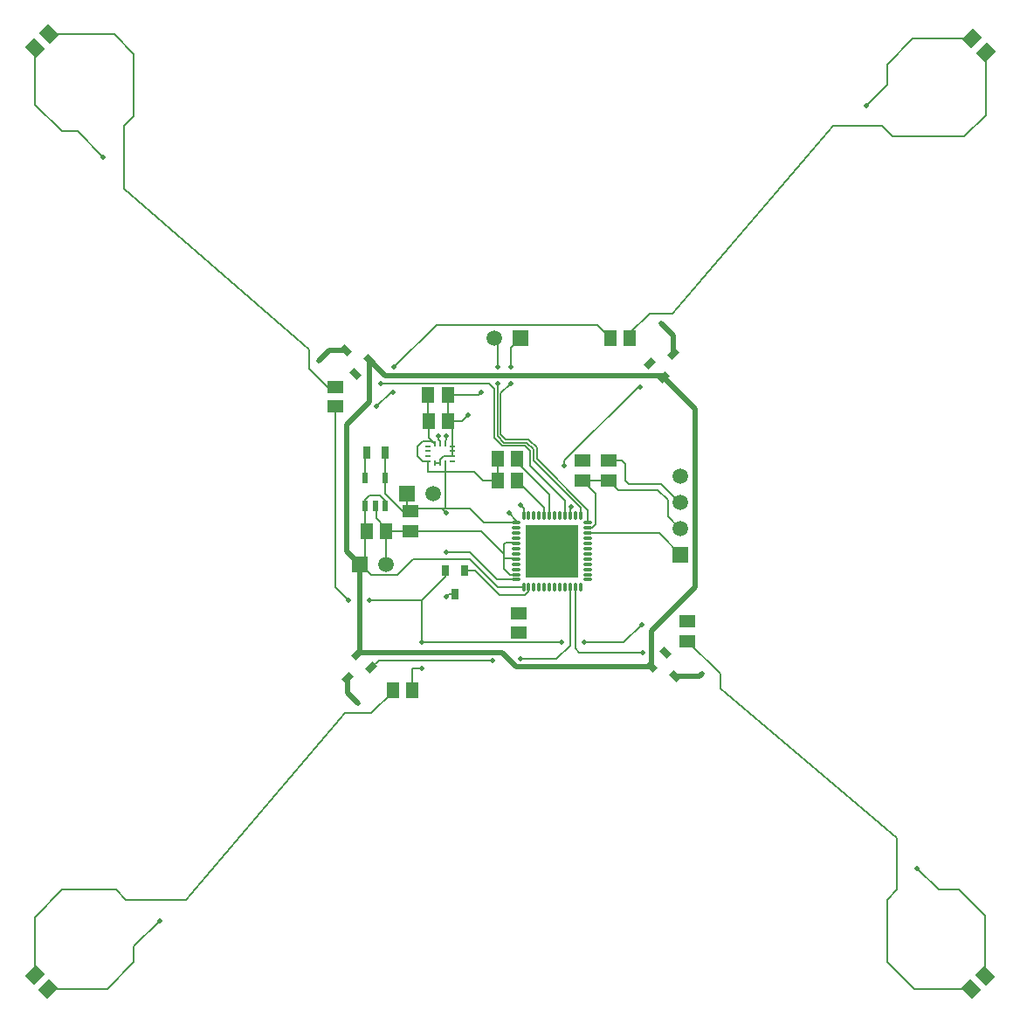
<source format=gtl>
G04 DipTrace 3.2.0.1*
G04 Rev1.2.gtl*
%MOIN*%
G04 #@! TF.FileFunction,Copper,L1,Top*
G04 #@! TF.Part,Single*
%AMOUTLINE0*
4,1,4,
-0.038974,-0.002783,
0.002783,0.038974,
0.038974,0.002783,
-0.002783,-0.038974,
-0.038974,-0.002783,
0*%
%AMOUTLINE3*
4,1,4,
0.002783,-0.038974,
-0.038974,0.002783,
-0.002783,0.038974,
0.038974,-0.002783,
0.002783,-0.038974,
0*%
%AMOUTLINE12*
4,1,4,
-0.005568,-0.023663,
-0.023663,-0.005568,
0.005568,0.023663,
0.023663,0.005568,
-0.005568,-0.023663,
0*%
%AMOUTLINE15*
4,1,4,
-0.023663,0.005568,
-0.005568,0.023663,
0.023663,-0.005568,
0.005568,-0.023663,
-0.023663,0.005568,
0*%
G04 #@! TA.AperFunction,Conductor*
%ADD13C,0.006*%
%ADD14C,0.02*%
%ADD17R,0.051181X0.059055*%
%ADD18R,0.059055X0.051181*%
%ADD19R,0.031496X0.047244*%
G04 #@! TA.AperFunction,ComponentPad*
%ADD20R,0.059055X0.059055*%
%ADD21C,0.059055*%
%ADD25R,0.025591X0.041339*%
%ADD27O,0.011811X0.033465*%
%ADD28O,0.033465X0.011811*%
%ADD29R,0.204724X0.204724*%
%ADD30R,0.018701X0.009843*%
%ADD31R,0.009843X0.018701*%
%ADD34R,0.023622X0.043307*%
G04 #@! TA.AperFunction,ViaPad*
%ADD35C,0.019*%
%ADD71OUTLINE0*%
%ADD74OUTLINE3*%
%ADD83OUTLINE12*%
%ADD86OUTLINE15*%
%FSLAX26Y26*%
G04*
G70*
G90*
G75*
G01*
G04 Top*
%LPD*%
X1778824Y2359264D2*
D13*
Y2384041D1*
X1795079Y2400295D1*
X1832580D1*
X1853627Y2379248D1*
Y2359264D1*
X1778824D2*
Y2159041D1*
X1757579Y2137795D1*
X1759843D1*
X1801181Y2096457D1*
X1899606D1*
X1960827Y2157677D1*
X2176427D1*
X2282676Y2051428D1*
X2382677D1*
X1757579Y2137795D2*
D14*
Y1804312D1*
D13*
X1748286Y1795020D1*
X2870335Y1748286D2*
D14*
X2354570D1*
X2301428Y1801428D1*
X1754694D1*
D13*
X1748286Y1795020D1*
X1795020Y2917068D2*
D14*
Y2757520D1*
X1707677Y2670177D1*
Y2187697D1*
X1757579Y2137795D1*
X2917068Y2850650D2*
Y2857677D1*
X1854411D1*
X1795020Y2917068D1*
X2870335Y1748286D2*
Y1882835D1*
X3038927Y2051427D1*
Y2728791D1*
X2917068Y2850650D1*
X1857579Y2137795D2*
D13*
Y2275295D1*
X1820079Y2312795D1*
Y2355411D1*
X1816226Y2359264D1*
X1857579Y2275294D2*
X1868749Y2264123D1*
X1951428D1*
X568701Y518701D2*
X794291D1*
X895669Y620079D1*
Y679134D1*
X992650Y776114D1*
X4143701Y568701D2*
Y797244D1*
X4045276Y895669D1*
X3966535D1*
X3884227Y977978D1*
X2355118Y2098672D2*
X2329182D1*
X2307677Y2120177D1*
Y2159576D1*
Y2176427D1*
X2219979Y2264123D1*
X1951428D1*
X2355118Y2157727D2*
Y2159576D1*
X2307677D1*
X2355118Y2216782D2*
Y2220467D1*
X2314218D1*
X2307677Y2213927D1*
Y2176427D1*
X4093701Y4143701D2*
X3868110D1*
X3769685Y4045276D1*
Y3966535D1*
X3690945Y3887795D1*
X518701Y4106201D2*
Y3890748D1*
X620079Y3789370D1*
X679134D1*
X777559Y3690945D1*
X2043780Y2523937D2*
X2063465D1*
X2109213Y2588583D2*
Y2568898D1*
Y2549213D1*
X2063465Y2523937D2*
Y2535906D1*
X2076772Y2549213D1*
X2109213D1*
X2092520Y2785433D2*
Y2687008D1*
X2094488Y2685039D1*
X2109213Y2588583D2*
Y2670315D1*
X2094488Y2685039D1*
X2147539D1*
X2170177Y2707677D1*
X2092520Y2785433D2*
X2210433D1*
X2220177Y2795177D1*
X2607677Y2532480D2*
Y2520177D1*
X2382677Y2323087D2*
Y2351427D1*
X2370177Y2363927D1*
X2363927Y1876623D2*
Y1876428D1*
X1882874Y1657677D2*
Y1651623D1*
X1801428Y1570177D1*
X1701428D1*
X1095177Y857677D1*
X1090304Y856299D1*
X865304D1*
X825934Y895669D1*
X620079D1*
X515807Y791398D1*
Y571594D1*
X2626772Y2275837D2*
X2644587D1*
X2657677Y2288928D1*
Y2407677D1*
X2607677Y2457677D1*
X2707480D1*
X2707677Y2457874D1*
X2982283Y2275197D2*
X2977657D1*
X2932677Y2320177D1*
Y2382677D1*
X2895177Y2420177D1*
X2745374D1*
X2707677Y2457874D1*
X1778824Y2465563D2*
Y2559039D1*
X1782579Y2562794D1*
X2960810Y1710705D2*
D14*
X3054454D1*
X3063927Y1720177D1*
X2599213Y2323081D2*
D13*
Y2353642D1*
X2420177Y2532677D1*
Y2576428D1*
X2395177Y2601428D1*
X2307677D1*
X2282677Y2626428D1*
Y2826428D1*
Y2888928D2*
Y2991339D1*
X2272047Y3001969D1*
X2626772Y2295522D2*
Y2344832D1*
X2432677Y2538927D1*
Y2582677D1*
X2401428Y2613927D1*
X2313928D1*
X2295177Y2632677D1*
Y2788928D1*
X2332677Y2826428D1*
Y2888927D2*
Y2962598D1*
X2372047Y3001969D1*
X2559843Y2051428D2*
Y1828593D1*
X2507677Y1776428D1*
X2370177D1*
X2263927Y1770177D2*
X1829231D1*
X1801181Y1742127D1*
X2579528Y2051428D2*
Y1817077D1*
X2595177Y1801428D1*
X2838927D1*
X2926427D2*
X2923475D1*
X2923227Y1801181D1*
X2559843Y2323081D2*
Y2361761D1*
X2563927Y2357677D1*
X2538927Y2513927D2*
Y2532676D1*
X2820177Y2813927D1*
X2826427D1*
X2863927Y2901427D2*
Y2903790D1*
X2864173Y2903543D1*
X2540157Y2323081D2*
Y2381446D1*
X2407677Y2513927D1*
Y2570176D1*
X2388927Y2588927D1*
X2301428D1*
X2270177Y2620177D1*
Y2807677D1*
X2251427Y2826428D1*
X1838928D1*
X1740404Y2862450D2*
X1742127Y2864173D1*
X2626772Y2256152D2*
X2787648D1*
X2789173Y2257677D1*
X2903543D1*
Y2253937D1*
X2982283Y2175197D1*
X1710705Y1704545D2*
D14*
Y1648400D1*
X1751428Y1607677D1*
X1704545Y2954650D2*
X1642151D1*
X1601428Y2913927D1*
X2954650Y2941125D2*
Y3010705D1*
X2907677Y3057677D1*
X2082874Y2113928D2*
D13*
Y2089125D1*
X1995177Y2001428D1*
Y1838928D1*
Y1738928D2*
X1957677D1*
Y1657677D1*
X1995177Y1838928D2*
X2526427D1*
X2613927D2*
X2763928D1*
X2832677Y1907677D1*
X3026427D2*
X3020177D1*
X3007677Y1920177D1*
X1663927Y2738928D2*
Y2051428D1*
X1713927Y2001428D1*
X1795177D2*
X1995177D1*
X2713928Y3001427D2*
X2663927Y3051428D1*
X2051428D1*
X1888927Y2888928D1*
X1882677Y2795177D2*
X1876427D1*
X1820177Y2738928D1*
X1676428D2*
X1663927D1*
X2363927Y1951427D2*
Y1951428D1*
X2461417Y2323081D2*
Y2353740D1*
X2357480Y2457677D1*
X2357677D1*
X2057677Y2626428D2*
Y2613927D1*
X2063927Y2607677D1*
Y2596210D1*
X2063465Y2595748D1*
X2481102Y2323081D2*
Y2403003D1*
X2345177Y2538928D1*
X2357479D1*
X2357480Y2538927D1*
X2083150Y2595748D2*
Y2608151D1*
X2088927Y2613928D1*
Y2626428D1*
X2351428Y2545177D2*
Y2538927D1*
X2357480D1*
X2402362Y2051428D2*
Y2033612D1*
X2388928Y2020177D1*
X2290846D1*
X2197096Y2113928D1*
X2157677D1*
X1663927Y2813731D2*
X1632873D1*
X1563927Y2882677D1*
Y2957677D1*
X856299Y3571555D1*
Y3809055D1*
X895669Y3848425D1*
Y4084646D1*
X821220Y4159094D1*
X571594D1*
X2788731Y3001427D2*
Y3019982D1*
X2863927Y3095177D1*
X2951428D1*
X3565304Y3809055D1*
X3750000D1*
X3789370Y3769685D1*
X4064961D1*
X4146594Y3851319D1*
Y4090807D1*
X3007677Y1845374D2*
X3132677Y1720374D1*
Y1663927D1*
X3809055Y1093799D1*
Y895669D1*
X3769685Y856299D1*
Y620079D1*
X3873957Y515807D1*
X4090807D1*
X1853627Y2465563D2*
X1853445Y2562794D1*
X1853627Y2465563D2*
Y2405477D1*
X1920178Y2338927D1*
X1951428D1*
X2355118Y2295522D2*
X2232332D1*
X2176427Y2351428D1*
X2082677D1*
X2070177D1*
X1963929D1*
X1951428Y2338927D1*
X2070177Y2351428D2*
X2088927Y2332678D1*
Y2013927D2*
X2098377Y2023377D1*
X2120276D1*
X2017717Y2529528D2*
Y2489400D1*
X2082677D1*
Y2351428D1*
X2083150Y2523937D2*
X2082677Y2489400D1*
X2017717Y2529528D2*
X1998031D1*
X1978346Y2549213D1*
Y2588583D1*
X1998031Y2608268D1*
X2031260D1*
X2043780Y2595748D1*
X2017717Y2785433D2*
Y2687008D1*
X2019685Y2685039D1*
Y2619843D1*
X2043780Y2595748D1*
X2982283Y2375197D2*
X2977657D1*
X2907677Y2445177D1*
X2782677D1*
X2770177Y2457677D1*
Y2520177D1*
X2757677Y2532677D1*
X2707677D1*
X2282677Y2538927D2*
Y2457677D1*
X2227373D1*
X2195650Y2489400D1*
X2082677D1*
X2355118Y2078987D2*
X2280118D1*
X2176428Y2182677D1*
X2088927D1*
X2355118Y2295522D2*
Y2303986D1*
X2326427Y2332677D1*
X2707677Y2532677D2*
D3*
X1938927Y2407677D2*
Y2351427D1*
X1951428Y2338927D1*
D35*
X992650Y776114D3*
X3884227Y977978D3*
X3690945Y3887795D3*
X777559Y3690945D3*
X2170177Y2707677D3*
X2220177Y2795177D3*
X2607677Y2520177D3*
X2370177Y2363927D3*
X2363927Y1876428D3*
X3063927Y1720177D3*
X2282677Y2826428D3*
Y2888928D3*
X2332677Y2826428D3*
Y2888927D3*
X2370177Y1776428D3*
X2263927Y1770177D3*
X2838927Y1801428D3*
X2926427D3*
X2563927Y2357677D3*
X2538927Y2513927D3*
X2826427Y2813927D3*
X2863927Y2901427D3*
X1838928Y2826428D3*
X1740404Y2862450D3*
X1751428Y1607677D3*
X1601428Y2913927D3*
X2907677Y3057677D3*
X1995177Y1838928D3*
Y1738928D3*
X2526427Y1838928D3*
X2613927D3*
X2832677Y1907677D3*
X3026427D3*
X1713927Y2001428D3*
X1795177D3*
X1888927Y2888928D3*
X1882677Y2795177D3*
X1820177Y2738928D3*
X1676428D3*
X2363927Y1951428D3*
X2357677Y2457677D3*
X2057677Y2626428D3*
X2357677Y2457677D3*
X2088927Y2626428D3*
X2351428Y2545177D3*
X2088927Y2332678D3*
Y2013927D3*
Y2182677D3*
X2326427Y2332677D3*
X2707677Y2532677D3*
D17*
X1782580Y2262794D3*
X1857383D3*
D18*
X1951428Y2338927D3*
Y2264123D3*
D17*
X2019685Y2685039D3*
X2094488D3*
X2017717Y2785433D3*
X2092520D3*
D18*
X2363927Y1951427D3*
Y1876623D3*
X2607677Y2457677D3*
Y2532480D3*
D71*
X568701Y518701D3*
X515807Y571594D3*
D74*
X4143701Y568701D3*
X4090807Y515807D3*
D71*
X4093701Y4143701D3*
X4146594Y4090807D3*
D74*
X518701Y4106201D3*
X571594Y4159094D3*
D19*
X1782579Y2562794D3*
X1853445D3*
D20*
X2982283Y2175197D3*
D21*
Y2275197D3*
Y2375197D3*
Y2475197D3*
D20*
X1938927Y2407677D3*
D21*
X2038927D3*
D17*
X2282677Y2457677D3*
X2357480D3*
X2282677Y2538927D3*
X2357480D3*
X1957677Y1657677D3*
X1882874D3*
D18*
X3007677Y1920177D3*
Y1845374D3*
D17*
X2713928Y3001427D3*
X2788731D3*
D18*
X1663927Y2738928D3*
Y2813731D3*
X2707677Y2457874D3*
Y2532677D3*
D83*
X1801181Y1742126D3*
X1748286Y1795020D3*
X1710705Y1704545D3*
D86*
X2923228Y1801181D3*
X2870335Y1748286D3*
X2960810Y1710705D3*
D83*
X2864173Y2903543D3*
X2917068Y2850650D3*
X2954650Y2941125D3*
D86*
X1742126Y2864173D3*
X1795020Y2917068D3*
X1704545Y2954650D3*
D25*
X2157677Y2113928D3*
X2082874D3*
X2120276Y2023377D3*
D27*
X2382677Y2051428D3*
X2402362D3*
X2422047D3*
X2441732D3*
X2461417D3*
X2481102D3*
X2500787D3*
X2520472D3*
X2540157D3*
X2559843D3*
X2579528D3*
X2599213D3*
D28*
X2626772Y2078987D3*
Y2098672D3*
Y2118357D3*
Y2138042D3*
Y2157727D3*
Y2177412D3*
Y2197097D3*
Y2216782D3*
Y2236467D3*
Y2256152D3*
Y2275837D3*
Y2295522D3*
D27*
X2599213Y2323081D3*
X2579528D3*
X2559843D3*
X2540157D3*
X2520472D3*
X2500787D3*
X2481102D3*
X2461417D3*
X2441732D3*
X2422047D3*
X2402362D3*
X2382677Y2323087D3*
D28*
X2355118Y2295522D3*
Y2275837D3*
Y2256152D3*
Y2236467D3*
Y2216782D3*
Y2197097D3*
Y2177412D3*
Y2157727D3*
Y2138042D3*
Y2118357D3*
Y2098672D3*
Y2078987D3*
D29*
X2490945Y2187257D3*
D30*
X2017717Y2588583D3*
Y2568898D3*
Y2549213D3*
Y2529528D3*
X2109213Y2588583D3*
Y2568898D3*
Y2549213D3*
Y2529528D3*
D31*
X2083150Y2595748D3*
X2063465D3*
X2043780D3*
X2083150Y2523937D3*
X2063465D3*
X2043780D3*
D20*
X2372047Y3001969D3*
D21*
X2272047D3*
D20*
X1757579Y2137795D3*
D21*
X1857579D3*
D34*
X1778824Y2359264D3*
X1816226D3*
X1853627D3*
Y2465563D3*
X1778824D3*
M02*

</source>
